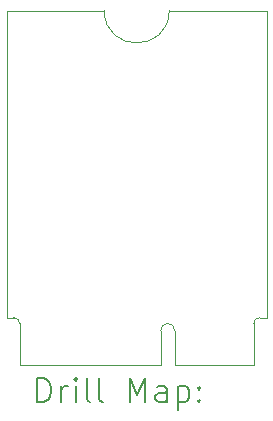
<source format=gbr>
%TF.GenerationSoftware,KiCad,Pcbnew,7.0.11-7.0.11~ubuntu22.04.1*%
%TF.CreationDate,2024-05-19T21:46:37+02:00*%
%TF.ProjectId,m.2_usd,6d2e325f-7573-4642-9e6b-696361645f70,rev?*%
%TF.SameCoordinates,Original*%
%TF.FileFunction,Drillmap*%
%TF.FilePolarity,Positive*%
%FSLAX45Y45*%
G04 Gerber Fmt 4.5, Leading zero omitted, Abs format (unit mm)*
G04 Created by KiCad (PCBNEW 7.0.11-7.0.11~ubuntu22.04.1) date 2024-05-19 21:46:37*
%MOMM*%
%LPD*%
G01*
G04 APERTURE LIST*
%ADD10C,0.050000*%
%ADD11C,0.200000*%
G04 APERTURE END LIST*
D10*
X-1100000Y3000000D02*
X-1100000Y400000D01*
X-1100000Y400000D02*
X-1040000Y400000D01*
X-990000Y0D02*
X-990000Y350000D01*
X-990000Y0D02*
X202500Y0D01*
X-275000Y3000000D02*
X-1100000Y3000000D01*
X202500Y0D02*
X202500Y290000D01*
X275000Y3000000D02*
X1100000Y3000000D01*
X322500Y0D02*
X322500Y290000D01*
X990000Y0D02*
X322500Y0D01*
X990000Y0D02*
X990000Y350000D01*
X1100000Y3000000D02*
X1100000Y400000D01*
X1100000Y400000D02*
X1040000Y400000D01*
X-990000Y350000D02*
G75*
G03*
X-1040000Y400000I-50000J0D01*
G01*
X322500Y290000D02*
G75*
G03*
X202500Y290000I-60000J0D01*
G01*
X-275000Y3000000D02*
G75*
G03*
X275000Y3000000I275000J0D01*
G01*
X1040000Y400000D02*
G75*
G03*
X990000Y350000I0J-50000D01*
G01*
D11*
X-841723Y-313984D02*
X-841723Y-113984D01*
X-841723Y-113984D02*
X-794104Y-113984D01*
X-794104Y-113984D02*
X-765533Y-123508D01*
X-765533Y-123508D02*
X-746485Y-142555D01*
X-746485Y-142555D02*
X-736961Y-161603D01*
X-736961Y-161603D02*
X-727437Y-199698D01*
X-727437Y-199698D02*
X-727437Y-228269D01*
X-727437Y-228269D02*
X-736961Y-266365D01*
X-736961Y-266365D02*
X-746485Y-285412D01*
X-746485Y-285412D02*
X-765533Y-304460D01*
X-765533Y-304460D02*
X-794104Y-313984D01*
X-794104Y-313984D02*
X-841723Y-313984D01*
X-641723Y-313984D02*
X-641723Y-180650D01*
X-641723Y-218746D02*
X-632199Y-199698D01*
X-632199Y-199698D02*
X-622676Y-190174D01*
X-622676Y-190174D02*
X-603628Y-180650D01*
X-603628Y-180650D02*
X-584580Y-180650D01*
X-517914Y-313984D02*
X-517914Y-180650D01*
X-517914Y-113984D02*
X-527437Y-123508D01*
X-527437Y-123508D02*
X-517914Y-133031D01*
X-517914Y-133031D02*
X-508390Y-123508D01*
X-508390Y-123508D02*
X-517914Y-113984D01*
X-517914Y-113984D02*
X-517914Y-133031D01*
X-394104Y-313984D02*
X-413152Y-304460D01*
X-413152Y-304460D02*
X-422675Y-285412D01*
X-422675Y-285412D02*
X-422675Y-113984D01*
X-289342Y-313984D02*
X-308390Y-304460D01*
X-308390Y-304460D02*
X-317914Y-285412D01*
X-317914Y-285412D02*
X-317914Y-113984D01*
X-60771Y-313984D02*
X-60771Y-113984D01*
X-60771Y-113984D02*
X5896Y-256841D01*
X5896Y-256841D02*
X72563Y-113984D01*
X72563Y-113984D02*
X72563Y-313984D01*
X253515Y-313984D02*
X253515Y-209222D01*
X253515Y-209222D02*
X243991Y-190174D01*
X243991Y-190174D02*
X224943Y-180650D01*
X224943Y-180650D02*
X186848Y-180650D01*
X186848Y-180650D02*
X167801Y-190174D01*
X253515Y-304460D02*
X234467Y-313984D01*
X234467Y-313984D02*
X186848Y-313984D01*
X186848Y-313984D02*
X167801Y-304460D01*
X167801Y-304460D02*
X158277Y-285412D01*
X158277Y-285412D02*
X158277Y-266365D01*
X158277Y-266365D02*
X167801Y-247317D01*
X167801Y-247317D02*
X186848Y-237793D01*
X186848Y-237793D02*
X234467Y-237793D01*
X234467Y-237793D02*
X253515Y-228269D01*
X348753Y-180650D02*
X348753Y-380650D01*
X348753Y-190174D02*
X367801Y-180650D01*
X367801Y-180650D02*
X405896Y-180650D01*
X405896Y-180650D02*
X424943Y-190174D01*
X424943Y-190174D02*
X434467Y-199698D01*
X434467Y-199698D02*
X443991Y-218746D01*
X443991Y-218746D02*
X443991Y-275889D01*
X443991Y-275889D02*
X434467Y-294936D01*
X434467Y-294936D02*
X424943Y-304460D01*
X424943Y-304460D02*
X405896Y-313984D01*
X405896Y-313984D02*
X367801Y-313984D01*
X367801Y-313984D02*
X348753Y-304460D01*
X529705Y-294936D02*
X539229Y-304460D01*
X539229Y-304460D02*
X529705Y-313984D01*
X529705Y-313984D02*
X520182Y-304460D01*
X520182Y-304460D02*
X529705Y-294936D01*
X529705Y-294936D02*
X529705Y-313984D01*
X529705Y-190174D02*
X539229Y-199698D01*
X539229Y-199698D02*
X529705Y-209222D01*
X529705Y-209222D02*
X520182Y-199698D01*
X520182Y-199698D02*
X529705Y-190174D01*
X529705Y-190174D02*
X529705Y-209222D01*
M02*

</source>
